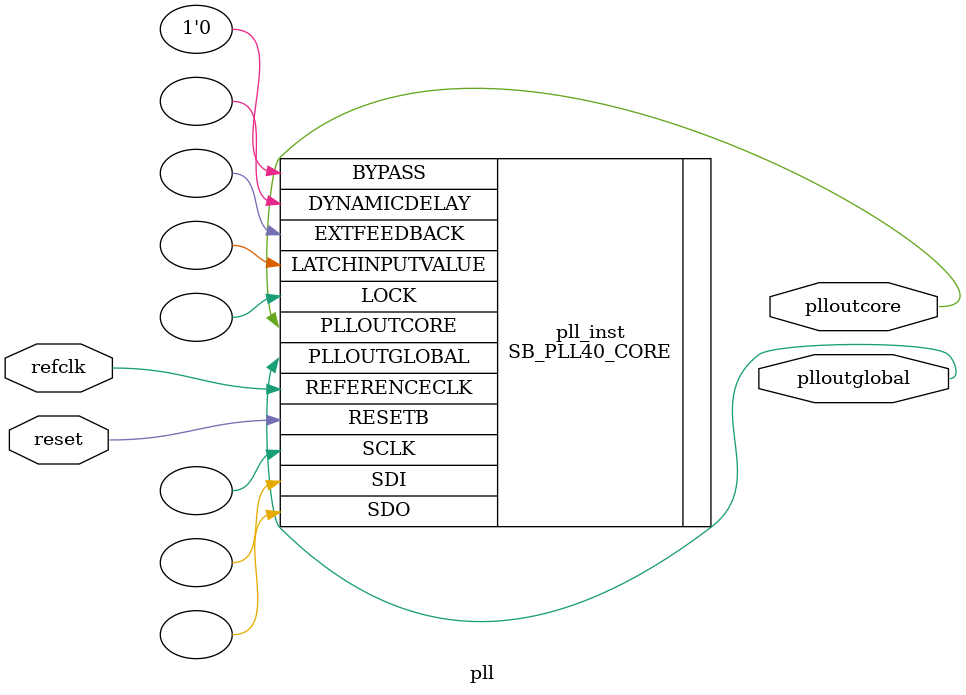
<source format=v>
module pll(refclk, plloutcore, plloutglobal, reset);
   input refclk;
   input reset;
   output plloutcore;
   output plloutglobal;

   SB_PLL40_CORE pll_inst(.REFERENCECLK(refclk),
                          .PLLOUTCORE(plloutcore),
                          .PLLOUTGLOBAL(plloutglobal),
                          .EXTFEEDBACK(),
                          .DYNAMICDELAY(),
                          .RESETB(reset),
                          .BYPASS(1'b0),
                          .LATCHINPUTVALUE(),
                          .LOCK(),
                          .SDI(),
                          .SDO(),
                          .SCLK());

   defparam pll_inst.DIVR = 4'b0000;
   defparam pll_inst.DIVF = 7'b1111111;
   defparam pll_inst.DIVQ = 3'b011;
   defparam pll_inst.FILTER_RANGE = 3'b001;
   defparam pll_inst.FEEDBACK_PATH = "SIMPLE";
   defparam pll_inst.DELAY_ADJUSTMENT_MODE_FEEDBACK = "FIXED";
   defparam pll_inst.FDA_FEEDBACK = 4'b0000;
   defparam pll_inst.DELAY_ADJUSTMENT_MODE_RELATIVE = "FIXED";
   defparam pll_inst.FDA_RELATIVE = 4'b0000;
   defparam pll_inst.SHIFTREG_DIV_MODE = 2'b00;
   defparam pll_inst.PLLOUT_SELECT = "GENCLK";
   defparam pll_inst.ENABLE_ICEGATE = 1'b0;
endmodule // pll

</source>
